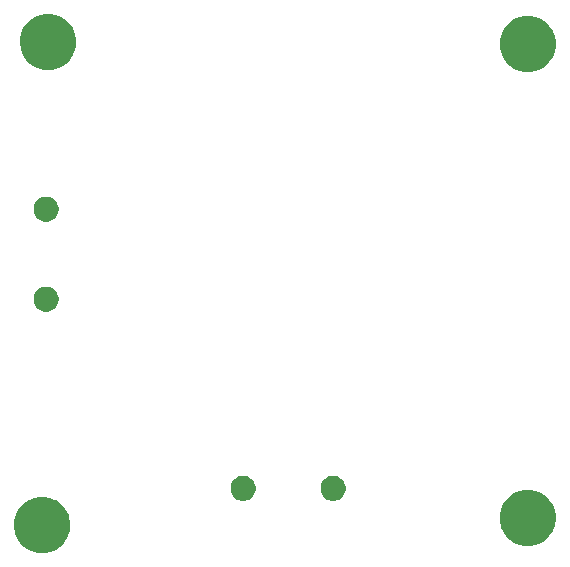
<source format=gbr>
G04 #@! TF.GenerationSoftware,KiCad,Pcbnew,5.0.2-bee76a0~70~ubuntu18.04.1*
G04 #@! TF.CreationDate,2019-02-26T17:57:15-05:00*
G04 #@! TF.ProjectId,New Buck Converter,4e657720-4275-4636-9b20-436f6e766572,rev?*
G04 #@! TF.SameCoordinates,Original*
G04 #@! TF.FileFunction,Soldermask,Bot*
G04 #@! TF.FilePolarity,Negative*
%FSLAX46Y46*%
G04 Gerber Fmt 4.6, Leading zero omitted, Abs format (unit mm)*
G04 Created by KiCad (PCBNEW 5.0.2-bee76a0~70~ubuntu18.04.1) date Tue 26 Feb 2019 05:57:15 PM EST*
%MOMM*%
%LPD*%
G01*
G04 APERTURE LIST*
%ADD10C,0.100000*%
G04 APERTURE END LIST*
D10*
G36*
X108092788Y-122716173D02*
X108092790Y-122716174D01*
X108092791Y-122716174D01*
X108428920Y-122855403D01*
X108525032Y-122895214D01*
X108914041Y-123155141D01*
X109244859Y-123485959D01*
X109244861Y-123485962D01*
X109504786Y-123874968D01*
X109625366Y-124166073D01*
X109683827Y-124307212D01*
X109775100Y-124766072D01*
X109775100Y-125233928D01*
X109717196Y-125525032D01*
X109683826Y-125692791D01*
X109592181Y-125914041D01*
X109504786Y-126125032D01*
X109244859Y-126514041D01*
X108914041Y-126844859D01*
X108914038Y-126844861D01*
X108525032Y-127104786D01*
X108092791Y-127283826D01*
X108092790Y-127283826D01*
X108092788Y-127283827D01*
X107633928Y-127375100D01*
X107166072Y-127375100D01*
X106707212Y-127283827D01*
X106707210Y-127283826D01*
X106707209Y-127283826D01*
X106274968Y-127104786D01*
X105885962Y-126844861D01*
X105885959Y-126844859D01*
X105555141Y-126514041D01*
X105295214Y-126125032D01*
X105207819Y-125914041D01*
X105116174Y-125692791D01*
X105082805Y-125525032D01*
X105024900Y-125233928D01*
X105024900Y-124766072D01*
X105116173Y-124307212D01*
X105174635Y-124166073D01*
X105295214Y-123874968D01*
X105555139Y-123485962D01*
X105555141Y-123485959D01*
X105885959Y-123155141D01*
X106274968Y-122895214D01*
X106371080Y-122855403D01*
X106707209Y-122716174D01*
X106707210Y-122716174D01*
X106707212Y-122716173D01*
X107166072Y-122624900D01*
X107633928Y-122624900D01*
X108092788Y-122716173D01*
X108092788Y-122716173D01*
G37*
G36*
X149192788Y-122116173D02*
X149192790Y-122116174D01*
X149192791Y-122116174D01*
X149446035Y-122221071D01*
X149625032Y-122295214D01*
X150014041Y-122555141D01*
X150344859Y-122885959D01*
X150344861Y-122885962D01*
X150604786Y-123274968D01*
X150692183Y-123485962D01*
X150783827Y-123707212D01*
X150875100Y-124166072D01*
X150875100Y-124633928D01*
X150848815Y-124766073D01*
X150783826Y-125092791D01*
X150725365Y-125233928D01*
X150604786Y-125525032D01*
X150344859Y-125914041D01*
X150014041Y-126244859D01*
X150014038Y-126244861D01*
X149625032Y-126504786D01*
X149192791Y-126683826D01*
X149192790Y-126683826D01*
X149192788Y-126683827D01*
X148733928Y-126775100D01*
X148266072Y-126775100D01*
X147807212Y-126683827D01*
X147807210Y-126683826D01*
X147807209Y-126683826D01*
X147374968Y-126504786D01*
X146985962Y-126244861D01*
X146985959Y-126244859D01*
X146655141Y-125914041D01*
X146395214Y-125525032D01*
X146274635Y-125233928D01*
X146216174Y-125092791D01*
X146151186Y-124766073D01*
X146124900Y-124633928D01*
X146124900Y-124166072D01*
X146216173Y-123707212D01*
X146307818Y-123485962D01*
X146395214Y-123274968D01*
X146655139Y-122885962D01*
X146655141Y-122885959D01*
X146985959Y-122555141D01*
X147374968Y-122295214D01*
X147553965Y-122221071D01*
X147807209Y-122116174D01*
X147807210Y-122116174D01*
X147807212Y-122116173D01*
X148266072Y-122024900D01*
X148733928Y-122024900D01*
X149192788Y-122116173D01*
X149192788Y-122116173D01*
G37*
G36*
X132340431Y-120883843D02*
X132534615Y-120964277D01*
X132709376Y-121081049D01*
X132857991Y-121229664D01*
X132974763Y-121404425D01*
X133055197Y-121598609D01*
X133096200Y-121804748D01*
X133096200Y-122014932D01*
X133055197Y-122221071D01*
X132974763Y-122415255D01*
X132857991Y-122590016D01*
X132709376Y-122738631D01*
X132534615Y-122855403D01*
X132340431Y-122935837D01*
X132134292Y-122976840D01*
X131924108Y-122976840D01*
X131717969Y-122935837D01*
X131523785Y-122855403D01*
X131349024Y-122738631D01*
X131200409Y-122590016D01*
X131083637Y-122415255D01*
X131003203Y-122221071D01*
X130962200Y-122014932D01*
X130962200Y-121804748D01*
X131003203Y-121598609D01*
X131083637Y-121404425D01*
X131200409Y-121229664D01*
X131349024Y-121081049D01*
X131523785Y-120964277D01*
X131717969Y-120883843D01*
X131924108Y-120842840D01*
X132134292Y-120842840D01*
X132340431Y-120883843D01*
X132340431Y-120883843D01*
G37*
G36*
X124720431Y-120883843D02*
X124914615Y-120964277D01*
X125089376Y-121081049D01*
X125237991Y-121229664D01*
X125354763Y-121404425D01*
X125435197Y-121598609D01*
X125476200Y-121804748D01*
X125476200Y-122014932D01*
X125435197Y-122221071D01*
X125354763Y-122415255D01*
X125237991Y-122590016D01*
X125089376Y-122738631D01*
X124914615Y-122855403D01*
X124720431Y-122935837D01*
X124514292Y-122976840D01*
X124304108Y-122976840D01*
X124097969Y-122935837D01*
X123903785Y-122855403D01*
X123729024Y-122738631D01*
X123580409Y-122590016D01*
X123463637Y-122415255D01*
X123383203Y-122221071D01*
X123342200Y-122014932D01*
X123342200Y-121804748D01*
X123383203Y-121598609D01*
X123463637Y-121404425D01*
X123580409Y-121229664D01*
X123729024Y-121081049D01*
X123903785Y-120964277D01*
X124097969Y-120883843D01*
X124304108Y-120842840D01*
X124514292Y-120842840D01*
X124720431Y-120883843D01*
X124720431Y-120883843D01*
G37*
G36*
X108045331Y-104869143D02*
X108239515Y-104949577D01*
X108414276Y-105066349D01*
X108562891Y-105214964D01*
X108679663Y-105389725D01*
X108760097Y-105583909D01*
X108801100Y-105790048D01*
X108801100Y-106000232D01*
X108760097Y-106206371D01*
X108679663Y-106400555D01*
X108562891Y-106575316D01*
X108414276Y-106723931D01*
X108239515Y-106840703D01*
X108045331Y-106921137D01*
X107839192Y-106962140D01*
X107629008Y-106962140D01*
X107422869Y-106921137D01*
X107228685Y-106840703D01*
X107053924Y-106723931D01*
X106905309Y-106575316D01*
X106788537Y-106400555D01*
X106708103Y-106206371D01*
X106667100Y-106000232D01*
X106667100Y-105790048D01*
X106708103Y-105583909D01*
X106788537Y-105389725D01*
X106905309Y-105214964D01*
X107053924Y-105066349D01*
X107228685Y-104949577D01*
X107422869Y-104869143D01*
X107629008Y-104828140D01*
X107839192Y-104828140D01*
X108045331Y-104869143D01*
X108045331Y-104869143D01*
G37*
G36*
X108045331Y-97249143D02*
X108239515Y-97329577D01*
X108414276Y-97446349D01*
X108562891Y-97594964D01*
X108679663Y-97769725D01*
X108760097Y-97963909D01*
X108801100Y-98170048D01*
X108801100Y-98380232D01*
X108760097Y-98586371D01*
X108679663Y-98780555D01*
X108562891Y-98955316D01*
X108414276Y-99103931D01*
X108239515Y-99220703D01*
X108045331Y-99301137D01*
X107839192Y-99342140D01*
X107629008Y-99342140D01*
X107422869Y-99301137D01*
X107228685Y-99220703D01*
X107053924Y-99103931D01*
X106905309Y-98955316D01*
X106788537Y-98780555D01*
X106708103Y-98586371D01*
X106667100Y-98380232D01*
X106667100Y-98170048D01*
X106708103Y-97963909D01*
X106788537Y-97769725D01*
X106905309Y-97594964D01*
X107053924Y-97446349D01*
X107228685Y-97329577D01*
X107422869Y-97249143D01*
X107629008Y-97208140D01*
X107839192Y-97208140D01*
X108045331Y-97249143D01*
X108045331Y-97249143D01*
G37*
G36*
X149192788Y-82016173D02*
X149192790Y-82016174D01*
X149192791Y-82016174D01*
X149625032Y-82195214D01*
X150014041Y-82455141D01*
X150344859Y-82785959D01*
X150344861Y-82785962D01*
X150604786Y-83174968D01*
X150700985Y-83407212D01*
X150783827Y-83607212D01*
X150875100Y-84066072D01*
X150875100Y-84533928D01*
X150783827Y-84992788D01*
X150604786Y-85425032D01*
X150344859Y-85814041D01*
X150014041Y-86144859D01*
X150014038Y-86144861D01*
X149625032Y-86404786D01*
X149192791Y-86583826D01*
X149192790Y-86583826D01*
X149192788Y-86583827D01*
X148733928Y-86675100D01*
X148266072Y-86675100D01*
X147807212Y-86583827D01*
X147807210Y-86583826D01*
X147807209Y-86583826D01*
X147374968Y-86404786D01*
X146985962Y-86144861D01*
X146985959Y-86144859D01*
X146655141Y-85814041D01*
X146395214Y-85425032D01*
X146216173Y-84992788D01*
X146124900Y-84533928D01*
X146124900Y-84066072D01*
X146216173Y-83607212D01*
X146299016Y-83407212D01*
X146395214Y-83174968D01*
X146655139Y-82785962D01*
X146655141Y-82785959D01*
X146985959Y-82455141D01*
X147374968Y-82195214D01*
X147807209Y-82016174D01*
X147807210Y-82016174D01*
X147807212Y-82016173D01*
X148266072Y-81924900D01*
X148733928Y-81924900D01*
X149192788Y-82016173D01*
X149192788Y-82016173D01*
G37*
G36*
X108592788Y-81816173D02*
X108592790Y-81816174D01*
X108592791Y-81816174D01*
X108855279Y-81924900D01*
X109025032Y-81995214D01*
X109414041Y-82255141D01*
X109744859Y-82585959D01*
X110004786Y-82974968D01*
X110183827Y-83407212D01*
X110275100Y-83866072D01*
X110275100Y-84333928D01*
X110235318Y-84533927D01*
X110183826Y-84792791D01*
X110100983Y-84992791D01*
X110004786Y-85225032D01*
X109744859Y-85614041D01*
X109414041Y-85944859D01*
X109414038Y-85944861D01*
X109025032Y-86204786D01*
X108592791Y-86383826D01*
X108592790Y-86383826D01*
X108592788Y-86383827D01*
X108133928Y-86475100D01*
X107666072Y-86475100D01*
X107207212Y-86383827D01*
X107207210Y-86383826D01*
X107207209Y-86383826D01*
X106774968Y-86204786D01*
X106385962Y-85944861D01*
X106385959Y-85944859D01*
X106055141Y-85614041D01*
X105795214Y-85225032D01*
X105699017Y-84992791D01*
X105616174Y-84792791D01*
X105564683Y-84533927D01*
X105524900Y-84333928D01*
X105524900Y-83866072D01*
X105616173Y-83407212D01*
X105795214Y-82974968D01*
X106055141Y-82585959D01*
X106385959Y-82255141D01*
X106774968Y-81995214D01*
X106944721Y-81924900D01*
X107207209Y-81816174D01*
X107207210Y-81816174D01*
X107207212Y-81816173D01*
X107666072Y-81724900D01*
X108133928Y-81724900D01*
X108592788Y-81816173D01*
X108592788Y-81816173D01*
G37*
M02*

</source>
